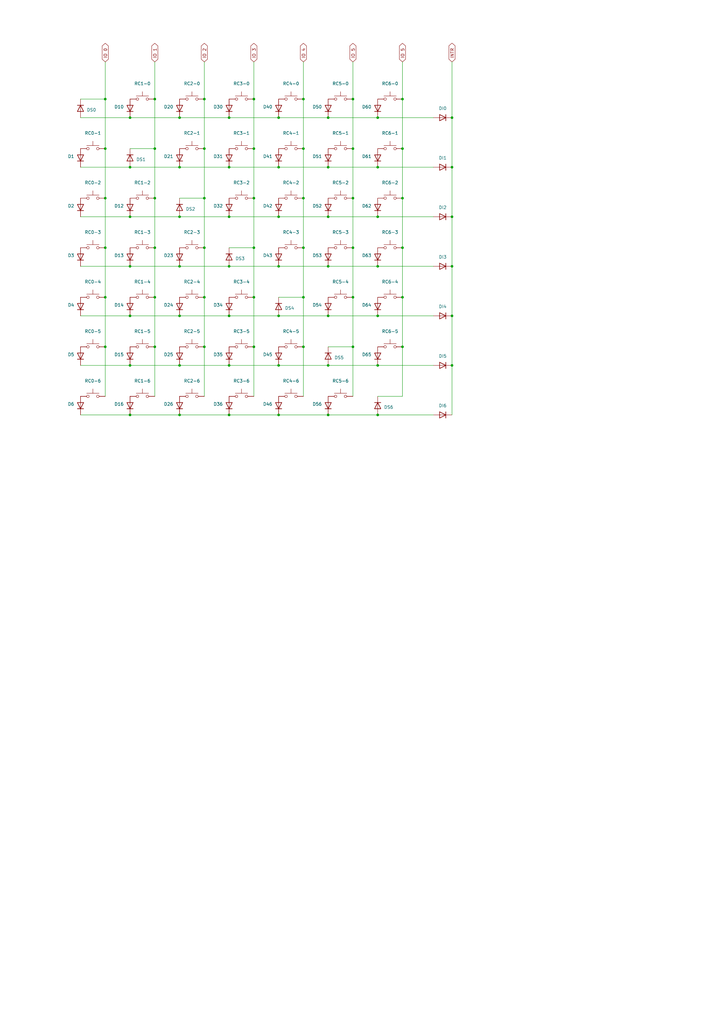
<source format=kicad_sch>
(kicad_sch (version 20230121) (generator eeschema)
  (paper "A3" portrait)
  (lib_symbols
    (symbol "Diode:1N4148" (pin_numbers hide) (pin_names hide)
      (property "Reference" "D" (at 0 2.54 0))
      (property "Value" "1N4148" (at 0 -2.54 0))
      (symbol "1N4148_0_1"
        (polyline (pts (xy -1.27 1.27) (xy -1.27 -1.27)) (stroke (width 0.254)))
        (polyline (pts (xy 1.27 0) (xy -1.27 0)))
        (polyline (pts (xy 1.27 1.27) (xy 1.27 -1.27) (xy -1.27 0) (xy 1.27 1.27)) (stroke (width 0.254)))
      )
      (symbol "1N4148_1_1"
        (pin passive line (at -3.81 0 0) (length 2.54) (name "K") (number "1"))
        (pin passive line (at 3.81 0 180) (length 2.54) (name "A") (number "2"))
      )
    )
    (symbol "Switch:SW_Push" (pin_numbers hide) (pin_names (offset 1.016) hide)
      (property "Reference" "SW" (at 1.27 2.54 0))
      (property "Value" "SW_Push" (at 0 -1.524 0))
      (symbol "SW_Push_0_1"
        (circle (center -2.032 0) (radius 0.508))
        (polyline (pts (xy 0 1.27) (xy 0 3.048)))
        (polyline (pts (xy 2.54 1.27) (xy -2.54 1.27)))
        (circle (center 2.032 0) (radius 0.508))
        (pin passive line (at -5.08 0 0) (length 2.54) (name "1") (number "1"))
        (pin passive line (at 5.08 0 180) (length 2.54) (name "2") (number "2"))
      )
    )
  )
  (junction (at 165.1 142.24))
  (junction (at 154.94 129.54))
  (junction (at 154.94 109.22))
  (junction (at 104.14 81.28))
  (junction (at 165.1 40.64))
  (junction (at 63.5 101.6))
  (junction (at 124.46 101.6))
  (junction (at 73.66 149.86))
  (junction (at 134.62 48.26))
  (junction (at 93.98 129.54))
  (junction (at 43.18 40.64))
  (junction (at 83.82 40.64))
  (junction (at 53.34 170.18))
  (junction (at 104.14 60.96))
  (junction (at 114.3 170.18))
  (junction (at 73.66 68.58))
  (junction (at 154.94 68.58))
  (junction (at 93.98 88.9))
  (junction (at 165.1 81.28))
  (junction (at 124.46 40.64))
  (junction (at 134.62 68.58))
  (junction (at 63.5 60.96))
  (junction (at 73.66 170.18))
  (junction (at 93.98 149.86))
  (junction (at 114.3 88.9))
  (junction (at 124.46 81.28))
  (junction (at 104.14 40.64))
  (junction (at 185.42 88.9))
  (junction (at 114.3 129.54))
  (junction (at 124.46 121.92))
  (junction (at 53.34 48.26))
  (junction (at 63.5 81.28))
  (junction (at 165.1 101.6))
  (junction (at 43.18 60.96))
  (junction (at 73.66 109.22))
  (junction (at 53.34 129.54))
  (junction (at 53.34 68.58))
  (junction (at 154.94 48.26))
  (junction (at 63.5 121.92))
  (junction (at 83.82 60.96))
  (junction (at 43.18 101.6))
  (junction (at 134.62 129.54))
  (junction (at 63.5 40.64))
  (junction (at 73.66 88.9))
  (junction (at 73.66 48.26))
  (junction (at 93.98 109.22))
  (junction (at 53.34 149.86))
  (junction (at 43.18 142.24))
  (junction (at 104.14 121.92))
  (junction (at 93.98 170.18))
  (junction (at 53.34 88.9))
  (junction (at 104.14 142.24))
  (junction (at 83.82 81.28))
  (junction (at 144.78 121.92))
  (junction (at 154.94 88.9))
  (junction (at 185.42 48.26))
  (junction (at 93.98 48.26))
  (junction (at 134.62 88.9))
  (junction (at 124.46 60.96))
  (junction (at 154.94 149.86))
  (junction (at 165.1 121.92))
  (junction (at 185.42 149.86))
  (junction (at 144.78 142.24))
  (junction (at 83.82 121.92))
  (junction (at 185.42 68.58))
  (junction (at 53.34 109.22))
  (junction (at 144.78 81.28))
  (junction (at 83.82 101.6))
  (junction (at 134.62 149.86))
  (junction (at 165.1 60.96))
  (junction (at 134.62 170.18))
  (junction (at 93.98 68.58))
  (junction (at 185.42 109.22))
  (junction (at 114.3 68.58))
  (junction (at 154.94 170.18))
  (junction (at 43.18 121.92))
  (junction (at 144.78 60.96))
  (junction (at 63.5 142.24))
  (junction (at 83.82 142.24))
  (junction (at 144.78 101.6))
  (junction (at 114.3 48.26))
  (junction (at 114.3 149.86))
  (junction (at 134.62 109.22))
  (junction (at 104.14 101.6))
  (junction (at 43.18 81.28))
  (junction (at 124.46 142.24))
  (junction (at 185.42 129.54))
  (junction (at 73.66 129.54))
  (junction (at 114.3 109.22))
  (junction (at 144.78 40.64))
  (wire (pts (xy 83.82 60.96) (xy 83.82 81.28)))
  (wire (pts (xy 144.78 25.4) (xy 144.78 40.64)))
  (wire (pts (xy 93.98 88.9) (xy 114.3 88.9)))
  (wire (pts (xy 73.66 109.22) (xy 93.98 109.22)))
  (wire (pts (xy 114.3 48.26) (xy 134.62 48.26)))
  (wire (pts (xy 185.42 68.58) (xy 185.42 88.9)))
  (wire (pts (xy 43.18 40.64) (xy 43.18 60.96)))
  (wire (pts (xy 63.5 81.28) (xy 63.5 101.6)))
  (wire (pts (xy 104.14 101.6) (xy 104.14 121.92)))
  (wire (pts (xy 73.66 48.26) (xy 93.98 48.26)))
  (wire (pts (xy 104.14 25.4) (xy 104.14 40.64)))
  (wire (pts (xy 73.66 81.28) (xy 83.82 81.28)))
  (wire (pts (xy 177.8 149.86) (xy 154.94 149.86)))
  (wire (pts (xy 114.3 68.58) (xy 134.62 68.58)))
  (wire (pts (xy 63.5 40.64) (xy 63.5 60.96)))
  (wire (pts (xy 33.02 129.54) (xy 53.34 129.54)))
  (wire (pts (xy 53.34 129.54) (xy 73.66 129.54)))
  (wire (pts (xy 33.02 109.22) (xy 53.34 109.22)))
  (wire (pts (xy 53.34 68.58) (xy 73.66 68.58)))
  (wire (pts (xy 83.82 101.6) (xy 83.82 121.92)))
  (wire (pts (xy 124.46 121.92) (xy 124.46 142.24)))
  (wire (pts (xy 114.3 149.86) (xy 134.62 149.86)))
  (wire (pts (xy 165.1 60.96) (xy 165.1 81.28)))
  (wire (pts (xy 53.34 109.22) (xy 73.66 109.22)))
  (wire (pts (xy 124.46 25.4) (xy 124.46 40.64)))
  (wire (pts (xy 73.66 68.58) (xy 93.98 68.58)))
  (wire (pts (xy 177.8 109.22) (xy 154.94 109.22)))
  (wire (pts (xy 63.5 121.92) (xy 63.5 142.24)))
  (wire (pts (xy 73.66 170.18) (xy 93.98 170.18)))
  (wire (pts (xy 165.1 121.92) (xy 165.1 142.24)))
  (wire (pts (xy 53.34 170.18) (xy 73.66 170.18)))
  (wire (pts (xy 43.18 60.96) (xy 43.18 81.28)))
  (wire (pts (xy 114.3 88.9) (xy 134.62 88.9)))
  (wire (pts (xy 124.46 81.28) (xy 124.46 101.6)))
  (wire (pts (xy 165.1 81.28) (xy 165.1 101.6)))
  (wire (pts (xy 104.14 60.96) (xy 104.14 81.28)))
  (wire (pts (xy 177.8 48.26) (xy 154.94 48.26)))
  (wire (pts (xy 104.14 81.28) (xy 104.14 101.6)))
  (wire (pts (xy 53.34 88.9) (xy 73.66 88.9)))
  (wire (pts (xy 93.98 109.22) (xy 114.3 109.22)))
  (wire (pts (xy 134.62 109.22) (xy 154.94 109.22)))
  (wire (pts (xy 33.02 68.58) (xy 53.34 68.58)))
  (wire (pts (xy 134.62 149.86) (xy 154.94 149.86)))
  (wire (pts (xy 165.1 40.64) (xy 165.1 60.96)))
  (wire (pts (xy 185.42 149.86) (xy 185.42 170.18)))
  (wire (pts (xy 185.42 88.9) (xy 185.42 109.22)))
  (wire (pts (xy 43.18 121.92) (xy 43.18 142.24)))
  (wire (pts (xy 33.02 48.26) (xy 53.34 48.26)))
  (wire (pts (xy 93.98 149.86) (xy 114.3 149.86)))
  (wire (pts (xy 185.42 25.4) (xy 185.42 48.26)))
  (wire (pts (xy 73.66 88.9) (xy 93.98 88.9)))
  (wire (pts (xy 33.02 40.64) (xy 43.18 40.64)))
  (wire (pts (xy 165.1 25.4) (xy 165.1 40.64)))
  (wire (pts (xy 177.8 88.9) (xy 154.94 88.9)))
  (wire (pts (xy 134.62 68.58) (xy 154.94 68.58)))
  (wire (pts (xy 177.8 129.54) (xy 154.94 129.54)))
  (wire (pts (xy 93.98 48.26) (xy 114.3 48.26)))
  (wire (pts (xy 104.14 142.24) (xy 104.14 162.56)))
  (wire (pts (xy 185.42 48.26) (xy 185.42 68.58)))
  (wire (pts (xy 33.02 88.9) (xy 53.34 88.9)))
  (wire (pts (xy 124.46 101.6) (xy 124.46 121.92)))
  (wire (pts (xy 124.46 142.24) (xy 124.46 162.56)))
  (wire (pts (xy 114.3 109.22) (xy 134.62 109.22)))
  (wire (pts (xy 53.34 48.26) (xy 73.66 48.26)))
  (wire (pts (xy 165.1 101.6) (xy 165.1 121.92)))
  (wire (pts (xy 93.98 101.6) (xy 104.14 101.6)))
  (wire (pts (xy 134.62 48.26) (xy 154.94 48.26)))
  (wire (pts (xy 124.46 40.64) (xy 124.46 60.96)))
  (wire (pts (xy 63.5 60.96) (xy 63.5 81.28)))
  (wire (pts (xy 154.94 162.56) (xy 165.1 162.56)))
  (wire (pts (xy 53.34 149.86) (xy 73.66 149.86)))
  (wire (pts (xy 93.98 129.54) (xy 114.3 129.54)))
  (wire (pts (xy 53.34 60.96) (xy 63.5 60.96)))
  (wire (pts (xy 83.82 121.92) (xy 83.82 142.24)))
  (wire (pts (xy 93.98 68.58) (xy 114.3 68.58)))
  (wire (pts (xy 114.3 170.18) (xy 134.62 170.18)))
  (wire (pts (xy 73.66 129.54) (xy 93.98 129.54)))
  (wire (pts (xy 144.78 101.6) (xy 144.78 121.92)))
  (wire (pts (xy 83.82 81.28) (xy 83.82 101.6)))
  (wire (pts (xy 43.18 101.6) (xy 43.18 121.92)))
  (wire (pts (xy 134.62 129.54) (xy 154.94 129.54)))
  (wire (pts (xy 144.78 121.92) (xy 144.78 142.24)))
  (wire (pts (xy 63.5 25.4) (xy 63.5 40.64)))
  (wire (pts (xy 104.14 121.92) (xy 104.14 142.24)))
  (wire (pts (xy 124.46 60.96) (xy 124.46 81.28)))
  (wire (pts (xy 144.78 142.24) (xy 144.78 162.56)))
  (wire (pts (xy 185.42 109.22) (xy 185.42 129.54)))
  (wire (pts (xy 83.82 40.64) (xy 83.82 60.96)))
  (wire (pts (xy 83.82 25.4) (xy 83.82 40.64)))
  (wire (pts (xy 73.66 149.86) (xy 93.98 149.86)))
  (wire (pts (xy 134.62 170.18) (xy 154.94 170.18)))
  (wire (pts (xy 144.78 40.64) (xy 144.78 60.96)))
  (wire (pts (xy 43.18 142.24) (xy 43.18 162.56)))
  (wire (pts (xy 33.02 149.86) (xy 53.34 149.86)))
  (wire (pts (xy 63.5 142.24) (xy 63.5 162.56)))
  (wire (pts (xy 177.8 68.58) (xy 154.94 68.58)))
  (wire (pts (xy 165.1 142.24) (xy 165.1 162.56)))
  (wire (pts (xy 33.02 170.18) (xy 53.34 170.18)))
  (wire (pts (xy 43.18 81.28) (xy 43.18 101.6)))
  (wire (pts (xy 185.42 129.54) (xy 185.42 149.86)))
  (wire (pts (xy 93.98 170.18) (xy 114.3 170.18)))
  (wire (pts (xy 144.78 81.28) (xy 144.78 101.6)))
  (wire (pts (xy 114.3 121.92) (xy 124.46 121.92)))
  (wire (pts (xy 114.3 129.54) (xy 134.62 129.54)))
  (wire (pts (xy 63.5 101.6) (xy 63.5 121.92)))
  (wire (pts (xy 177.8 170.18) (xy 154.94 170.18)))
  (wire (pts (xy 104.14 40.64) (xy 104.14 60.96)))
  (wire (pts (xy 144.78 60.96) (xy 144.78 81.28)))
  (wire (pts (xy 134.62 142.24) (xy 144.78 142.24)))
  (wire (pts (xy 43.18 25.4) (xy 43.18 40.64)))
  (wire (pts (xy 83.82 142.24) (xy 83.82 162.56)))
  (wire (pts (xy 134.62 88.9) (xy 154.94 88.9)))
  (global_label "IO 3" (shape bidirectional) (at 104.14 25.4 90) (property "Intersheetrefs" "${INTERSHEET_REFS}" (effects hide)))
  (global_label "IO 1" (shape bidirectional) (at 63.5 25.4 90) (property "Intersheetrefs" "${INTERSHEET_REFS}" (effects hide)))
  (global_label "IO 0" (shape bidirectional) (at 43.18 25.4 90) (property "Intersheetrefs" "${INTERSHEET_REFS}" (effects hide)))
  (global_label "INTR" (shape bidirectional) (at 185.42 25.4 90) (property "Intersheetrefs" "${INTERSHEET_REFS}" (effects hide)))
  (global_label "IO 2" (shape bidirectional) (at 83.82 25.4 90) (property "Intersheetrefs" "${INTERSHEET_REFS}" (effects hide)))
  (global_label "IO 5" (shape bidirectional) (at 165.1 25.4 90) (property "Intersheetrefs" "${INTERSHEET_REFS}" (effects hide)))
  (global_label "IO 5" (shape bidirectional) (at 144.78 25.4 90) (property "Intersheetrefs" "${INTERSHEET_REFS}" (effects hide)))
  (global_label "IO 4" (shape bidirectional) (at 124.46 25.4 90) (property "Intersheetrefs" "${INTERSHEET_REFS}" (effects hide)))
  (symbol (lib_id "Diode:1N4148") (at 154.94 85.09 270) (mirror x) (unit 1)
    (property "Reference" "D62" (at 152.4 84.455 90) (effects (justify right)))
    (property "Value" "1N4148" (effects hide))
    (property "Footprint" "Diode_THT:D_DO-35_SOD27_P7.62mm_Horizontal" (effects hide))
    (property "Datasheet" "https://assets.nexperia.com/documents/data-sheet/1N4148_1N4448.pdf" (effects hide))
    (property "Sim.Device" "D" (effects hide))
    (property "Sim.Pins" "1=K 2=A" (effects hide))
  )
  (symbol (lib_id "Diode:1N4148") (at 53.34 64.77 90) (mirror x) (unit 1)
    (property "Reference" "DS1" (at 55.88 65.405 90) (effects (justify right)))
    (property "Value" "1N4148" (effects hide))
    (property "Footprint" "Diode_THT:D_DO-35_SOD27_P7.62mm_Horizontal" (effects hide))
    (property "Datasheet" "https://assets.nexperia.com/documents/data-sheet/1N4148_1N4448.pdf" (effects hide))
    (property "Sim.Device" "D" (effects hide))
    (property "Sim.Pins" "1=K 2=A" (effects hide))
  )
  (symbol (lib_id "Diode:1N4148") (at 33.02 44.45 90) (mirror x) (unit 1)
    (property "Reference" "DS0" (at 35.56 45.085 90) (effects (justify right)))
    (property "Value" "1N4148" (effects hide))
    (property "Footprint" "Diode_THT:D_DO-35_SOD27_P7.62mm_Horizontal" (effects hide))
    (property "Datasheet" "https://assets.nexperia.com/documents/data-sheet/1N4148_1N4448.pdf" (effects hide))
    (property "Sim.Device" "D" (effects hide))
    (property "Sim.Pins" "1=K 2=A" (effects hide))
  )
  (symbol (lib_id "Diode:1N4148") (at 114.3 44.45 270) (mirror x) (unit 1)
    (property "Reference" "D40" (at 111.76 43.815 90) (effects (justify right)))
    (property "Value" "1N4148" (effects hide))
    (property "Footprint" "Diode_THT:D_DO-35_SOD27_P7.62mm_Horizontal" (effects hide))
    (property "Datasheet" "https://assets.nexperia.com/documents/data-sheet/1N4148_1N4448.pdf" (effects hide))
    (property "Sim.Device" "D" (effects hide))
    (property "Sim.Pins" "1=K 2=A" (effects hide))
  )
  (symbol (lib_id "Diode:1N4148") (at 181.61 149.86 0) (mirror y) (unit 1)
    (property "Reference" "DI5" (at 181.61 146.05 0))
    (property "Value" "1N4148" (effects hide))
    (property "Footprint" "Diode_THT:D_DO-35_SOD27_P7.62mm_Horizontal" (effects hide))
    (property "Datasheet" "https://assets.nexperia.com/documents/data-sheet/1N4148_1N4448.pdf" (effects hide))
    (property "Sim.Device" "D" (effects hide))
    (property "Sim.Pins" "1=K 2=A" (effects hide))
  )
  (symbol (lib_id "Diode:1N4148") (at 181.61 170.18 0) (mirror y) (unit 1)
    (property "Reference" "DI6" (at 181.61 166.37 0))
    (property "Value" "1N4148" (effects hide))
    (property "Footprint" "Diode_THT:D_DO-35_SOD27_P7.62mm_Horizontal" (effects hide))
    (property "Datasheet" "https://assets.nexperia.com/documents/data-sheet/1N4148_1N4448.pdf" (effects hide))
    (property "Sim.Device" "D" (effects hide))
    (property "Sim.Pins" "1=K 2=A" (effects hide))
  )
  (symbol (lib_id "Switch:SW_Push") (at 119.38 40.64 0) (mirror y) (unit 1)
    (property "Reference" "RC4-0" (at 119.38 34.29 0))
    (property "Value" "SW_Push" (effects hide))
  )
  (symbol (lib_id "Diode:1N4148") (at 33.02 146.05 270) (mirror x) (unit 1)
    (property "Reference" "D5" (at 30.48 145.415 90) (effects (justify right)))
    (property "Value" "1N4148" (effects hide))
    (property "Footprint" "Diode_THT:D_DO-35_SOD27_P7.62mm_Horizontal" (effects hide))
    (property "Datasheet" "https://assets.nexperia.com/documents/data-sheet/1N4148_1N4448.pdf" (effects hide))
    (property "Sim.Device" "D" (effects hide))
    (property "Sim.Pins" "1=K 2=A" (effects hide))
  )
  (symbol (lib_id "Switch:SW_Push") (at 139.7 121.92 0) (mirror y) (unit 1)
    (property "Reference" "RC5-4" (at 139.7 115.57 0))
    (property "Value" "SW_Push" (effects hide))
  )
  (symbol (lib_id "Diode:1N4148") (at 154.94 64.77 270) (mirror x) (unit 1)
    (property "Reference" "D61" (at 152.4 64.135 90) (effects (justify right)))
    (property "Value" "1N4148" (effects hide))
    (property "Footprint" "Diode_THT:D_DO-35_SOD27_P7.62mm_Horizontal" (effects hide))
    (property "Datasheet" "https://assets.nexperia.com/documents/data-sheet/1N4148_1N4448.pdf" (effects hide))
    (property "Sim.Device" "D" (effects hide))
    (property "Sim.Pins" "1=K 2=A" (effects hide))
  )
  (symbol (lib_id "Diode:1N4148") (at 154.94 146.05 270) (mirror x) (unit 1)
    (property "Reference" "D65" (at 152.4 145.415 90) (effects (justify right)))
    (property "Value" "1N4148" (effects hide))
    (property "Footprint" "Diode_THT:D_DO-35_SOD27_P7.62mm_Horizontal" (effects hide))
    (property "Datasheet" "https://assets.nexperia.com/documents/data-sheet/1N4148_1N4448.pdf" (effects hide))
    (property "Sim.Device" "D" (effects hide))
    (property "Sim.Pins" "1=K 2=A" (effects hide))
  )
  (symbol (lib_id "Switch:SW_Push") (at 160.02 121.92 0) (mirror y) (unit 1)
    (property "Reference" "RC6-4" (at 160.02 115.57 0))
    (property "Value" "SW_Push" (effects hide))
  )
  (symbol (lib_id "Switch:SW_Push") (at 99.06 60.96 0) (mirror y) (unit 1)
    (property "Reference" "RC3-1" (at 99.06 54.61 0))
    (property "Value" "SW_Push" (effects hide))
  )
  (symbol (lib_id "Switch:SW_Push") (at 78.74 101.6 0) (mirror y) (unit 1)
    (property "Reference" "RC2-3" (at 78.74 95.25 0))
    (property "Value" "SW_Push" (effects hide))
  )
  (symbol (lib_id "Diode:1N4148") (at 154.94 166.37 90) (mirror x) (unit 1)
    (property "Reference" "DS6" (at 157.48 167.005 90) (effects (justify right)))
    (property "Value" "1N4148" (effects hide))
    (property "Footprint" "Diode_THT:D_DO-35_SOD27_P7.62mm_Horizontal" (effects hide))
    (property "Datasheet" "https://assets.nexperia.com/documents/data-sheet/1N4148_1N4448.pdf" (effects hide))
    (property "Sim.Device" "D" (effects hide))
    (property "Sim.Pins" "1=K 2=A" (effects hide))
  )
  (symbol (lib_id "Diode:1N4148") (at 154.94 105.41 270) (mirror x) (unit 1)
    (property "Reference" "D63" (at 152.4 104.775 90) (effects (justify right)))
    (property "Value" "1N4148" (effects hide))
    (property "Footprint" "Diode_THT:D_DO-35_SOD27_P7.62mm_Horizontal" (effects hide))
    (property "Datasheet" "https://assets.nexperia.com/documents/data-sheet/1N4148_1N4448.pdf" (effects hide))
    (property "Sim.Device" "D" (effects hide))
    (property "Sim.Pins" "1=K 2=A" (effects hide))
  )
  (symbol (lib_id "Switch:SW_Push") (at 58.42 101.6 0) (mirror y) (unit 1)
    (property "Reference" "RC1-3" (at 58.42 95.25 0))
    (property "Value" "SW_Push" (effects hide))
  )
  (symbol (lib_id "Switch:SW_Push") (at 99.06 40.64 0) (mirror y) (unit 1)
    (property "Reference" "RC3-0" (at 99.06 34.29 0))
    (property "Value" "SW_Push" (effects hide))
  )
  (symbol (lib_id "Switch:SW_Push") (at 58.42 121.92 0) (mirror y) (unit 1)
    (property "Reference" "RC1-4" (at 58.42 115.57 0))
    (property "Value" "SW_Push" (effects hide))
  )
  (symbol (lib_id "Diode:1N4148") (at 134.62 125.73 270) (mirror x) (unit 1)
    (property "Reference" "D54" (at 132.08 125.095 90) (effects (justify right)))
    (property "Value" "1N4148" (effects hide))
    (property "Footprint" "Diode_THT:D_DO-35_SOD27_P7.62mm_Horizontal" (effects hide))
    (property "Datasheet" "https://assets.nexperia.com/documents/data-sheet/1N4148_1N4448.pdf" (effects hide))
    (property "Sim.Device" "D" (effects hide))
    (property "Sim.Pins" "1=K 2=A" (effects hide))
  )
  (symbol (lib_id "Diode:1N4148") (at 73.66 166.37 270) (mirror x) (unit 1)
    (property "Reference" "D26" (at 71.12 165.735 90) (effects (justify right)))
    (property "Value" "1N4148" (effects hide))
    (property "Footprint" "Diode_THT:D_DO-35_SOD27_P7.62mm_Horizontal" (effects hide))
    (property "Datasheet" "https://assets.nexperia.com/documents/data-sheet/1N4148_1N4448.pdf" (effects hide))
    (property "Sim.Device" "D" (effects hide))
    (property "Sim.Pins" "1=K 2=A" (effects hide))
  )
  (symbol (lib_id "Switch:SW_Push") (at 58.42 81.28 0) (mirror y) (unit 1)
    (property "Reference" "RC1-2" (at 58.42 74.93 0))
    (property "Value" "SW_Push" (effects hide))
  )
  (symbol (lib_id "Diode:1N4148") (at 114.3 105.41 270) (mirror x) (unit 1)
    (property "Reference" "D43" (at 111.76 104.775 90) (effects (justify right)))
    (property "Value" "1N4148" (effects hide))
    (property "Footprint" "Diode_THT:D_DO-35_SOD27_P7.62mm_Horizontal" (effects hide))
    (property "Datasheet" "https://assets.nexperia.com/documents/data-sheet/1N4148_1N4448.pdf" (effects hide))
    (property "Sim.Device" "D" (effects hide))
    (property "Sim.Pins" "1=K 2=A" (effects hide))
  )
  (symbol (lib_id "Switch:SW_Push") (at 58.42 40.64 0) (mirror y) (unit 1)
    (property "Reference" "RC1-0" (at 58.42 34.29 0))
    (property "Value" "SW_Push" (effects hide))
  )
  (symbol (lib_id "Diode:1N4148") (at 93.98 64.77 270) (mirror x) (unit 1)
    (property "Reference" "D31" (at 91.44 64.135 90) (effects (justify right)))
    (property "Value" "1N4148" (effects hide))
    (property "Footprint" "Diode_THT:D_DO-35_SOD27_P7.62mm_Horizontal" (effects hide))
    (property "Datasheet" "https://assets.nexperia.com/documents/data-sheet/1N4148_1N4448.pdf" (effects hide))
    (property "Sim.Device" "D" (effects hide))
    (property "Sim.Pins" "1=K 2=A" (effects hide))
  )
  (symbol (lib_id "Switch:SW_Push") (at 119.38 60.96 0) (mirror y) (unit 1)
    (property "Reference" "RC4-1" (at 119.38 54.61 0))
    (property "Value" "SW_Push" (effects hide))
  )
  (symbol (lib_id "Diode:1N4148") (at 154.94 44.45 270) (mirror x) (unit 1)
    (property "Reference" "D60" (at 152.4 43.815 90) (effects (justify right)))
    (property "Value" "1N4148" (effects hide))
    (property "Footprint" "Diode_THT:D_DO-35_SOD27_P7.62mm_Horizontal" (effects hide))
    (property "Datasheet" "https://assets.nexperia.com/documents/data-sheet/1N4148_1N4448.pdf" (effects hide))
    (property "Sim.Device" "D" (effects hide))
    (property "Sim.Pins" "1=K 2=A" (effects hide))
  )
  (symbol (lib_id "Diode:1N4148") (at 93.98 85.09 270) (mirror x) (unit 1)
    (property "Reference" "D32" (at 91.44 84.455 90) (effects (justify right)))
    (property "Value" "1N4148" (effects hide))
    (property "Footprint" "Diode_THT:D_DO-35_SOD27_P7.62mm_Horizontal" (effects hide))
    (property "Datasheet" "https://assets.nexperia.com/documents/data-sheet/1N4148_1N4448.pdf" (effects hide))
    (property "Sim.Device" "D" (effects hide))
    (property "Sim.Pins" "1=K 2=A" (effects hide))
  )
  (symbol (lib_id "Diode:1N4148") (at 114.3 146.05 270) (mirror x) (unit 1)
    (property "Reference" "D45" (at 111.76 145.415 90) (effects (justify right)))
    (property "Value" "1N4148" (effects hide))
    (property "Footprint" "Diode_THT:D_DO-35_SOD27_P7.62mm_Horizontal" (effects hide))
    (property "Datasheet" "https://assets.nexperia.com/documents/data-sheet/1N4148_1N4448.pdf" (effects hide))
    (property "Sim.Device" "D" (effects hide))
    (property "Sim.Pins" "1=K 2=A" (effects hide))
  )
  (symbol (lib_id "Switch:SW_Push") (at 99.06 81.28 0) (mirror y) (unit 1)
    (property "Reference" "RC3-2" (at 99.06 74.93 0))
    (property "Value" "SW_Push" (effects hide))
  )
  (symbol (lib_id "Diode:1N4148") (at 181.61 48.26 0) (mirror y) (unit 1)
    (property "Reference" "DI0" (at 181.61 44.45 0))
    (property "Value" "1N4148" (effects hide))
    (property "Footprint" "Diode_THT:D_DO-35_SOD27_P7.62mm_Horizontal" (effects hide))
    (property "Datasheet" "https://assets.nexperia.com/documents/data-sheet/1N4148_1N4448.pdf" (effects hide))
    (property "Sim.Device" "D" (effects hide))
    (property "Sim.Pins" "1=K 2=A" (effects hide))
  )
  (symbol (lib_id "Diode:1N4148") (at 134.62 85.09 270) (mirror x) (unit 1)
    (property "Reference" "D52" (at 132.08 84.455 90) (effects (justify right)))
    (property "Value" "1N4148" (effects hide))
    (property "Footprint" "Diode_THT:D_DO-35_SOD27_P7.62mm_Horizontal" (effects hide))
    (property "Datasheet" "https://assets.nexperia.com/documents/data-sheet/1N4148_1N4448.pdf" (effects hide))
    (property "Sim.Device" "D" (effects hide))
    (property "Sim.Pins" "1=K 2=A" (effects hide))
  )
  (symbol (lib_id "Diode:1N4148") (at 154.94 125.73 270) (mirror x) (unit 1)
    (property "Reference" "D64" (at 152.4 125.095 90) (effects (justify right)))
    (property "Value" "1N4148" (effects hide))
    (property "Footprint" "Diode_THT:D_DO-35_SOD27_P7.62mm_Horizontal" (effects hide))
    (property "Datasheet" "https://assets.nexperia.com/documents/data-sheet/1N4148_1N4448.pdf" (effects hide))
    (property "Sim.Device" "D" (effects hide))
    (property "Sim.Pins" "1=K 2=A" (effects hide))
  )
  (symbol (lib_id "Switch:SW_Push") (at 160.02 142.24 0) (mirror y) (unit 1)
    (property "Reference" "RC6-5" (at 160.02 135.89 0))
    (property "Value" "SW_Push" (effects hide))
  )
  (symbol (lib_id "Diode:1N4148") (at 114.3 64.77 270) (mirror x) (unit 1)
    (property "Reference" "D41" (at 111.76 64.135 90) (effects (justify right)))
    (property "Value" "1N4148" (effects hide))
    (property "Footprint" "Diode_THT:D_DO-35_SOD27_P7.62mm_Horizontal" (effects hide))
    (property "Datasheet" "https://assets.nexperia.com/documents/data-sheet/1N4148_1N4448.pdf" (effects hide))
    (property "Sim.Device" "D" (effects hide))
    (property "Sim.Pins" "1=K 2=A" (effects hide))
  )
  (symbol (lib_id "Diode:1N4148") (at 181.61 68.58 0) (mirror y) (unit 1)
    (property "Reference" "DI1" (at 181.61 64.77 0))
    (property "Value" "1N4148" (effects hide))
    (property "Footprint" "Diode_THT:D_DO-35_SOD27_P7.62mm_Horizontal" (effects hide))
    (property "Datasheet" "https://assets.nexperia.com/documents/data-sheet/1N4148_1N4448.pdf" (effects hide))
    (property "Sim.Device" "D" (effects hide))
    (property "Sim.Pins" "1=K 2=A" (effects hide))
  )
  (symbol (lib_id "Diode:1N4148") (at 73.66 64.77 270) (mirror x) (unit 1)
    (property "Reference" "D21" (at 71.12 64.135 90) (effects (justify right)))
    (property "Value" "1N4148" (effects hide))
    (property "Footprint" "Diode_THT:D_DO-35_SOD27_P7.62mm_Horizontal" (effects hide))
    (property "Datasheet" "https://assets.nexperia.com/documents/data-sheet/1N4148_1N4448.pdf" (effects hide))
    (property "Sim.Device" "D" (effects hide))
    (property "Sim.Pins" "1=K 2=A" (effects hide))
  )
  (symbol (lib_id "Diode:1N4148") (at 93.98 146.05 270) (mirror x) (unit 1)
    (property "Reference" "D35" (at 91.44 145.415 90) (effects (justify right)))
    (property "Value" "1N4148" (effects hide))
    (property "Footprint" "Diode_THT:D_DO-35_SOD27_P7.62mm_Horizontal" (effects hide))
    (property "Datasheet" "https://assets.nexperia.com/documents/data-sheet/1N4148_1N4448.pdf" (effects hide))
    (property "Sim.Device" "D" (effects hide))
    (property "Sim.Pins" "1=K 2=A" (effects hide))
  )
  (symbol (lib_id "Diode:1N4148") (at 134.62 166.37 270) (mirror x) (unit 1)
    (property "Reference" "D56" (at 132.08 165.735 90) (effects (justify right)))
    (property "Value" "1N4148" (effects hide))
    (property "Footprint" "Diode_THT:D_DO-35_SOD27_P7.62mm_Horizontal" (effects hide))
    (property "Datasheet" "https://assets.nexperia.com/documents/data-sheet/1N4148_1N4448.pdf" (effects hide))
    (property "Sim.Device" "D" (effects hide))
    (property "Sim.Pins" "1=K 2=A" (effects hide))
  )
  (symbol (lib_id "Switch:SW_Push") (at 119.38 162.56 0) (mirror y) (unit 1)
    (property "Reference" "RC4-6" (at 119.38 156.21 0))
    (property "Value" "SW_Push" (effects hide))
  )
  (symbol (lib_id "Diode:1N4148") (at 53.34 146.05 270) (mirror x) (unit 1)
    (property "Reference" "D15" (at 50.8 145.415 90) (effects (justify right)))
    (property "Value" "1N4148" (effects hide))
    (property "Footprint" "Diode_THT:D_DO-35_SOD27_P7.62mm_Horizontal" (effects hide))
    (property "Datasheet" "https://assets.nexperia.com/documents/data-sheet/1N4148_1N4448.pdf" (effects hide))
    (property "Sim.Device" "D" (effects hide))
    (property "Sim.Pins" "1=K 2=A" (effects hide))
  )
  (symbol (lib_id "Switch:SW_Push") (at 38.1 81.28 0) (mirror y) (unit 1)
    (property "Reference" "RC0-2" (at 38.1 74.93 0))
    (property "Value" "SW_Push" (effects hide))
  )
  (symbol (lib_id "Diode:1N4148") (at 33.02 125.73 270) (mirror x) (unit 1)
    (property "Reference" "D4" (at 30.48 125.095 90) (effects (justify right)))
    (property "Value" "1N4148" (effects hide))
    (property "Footprint" "Diode_THT:D_DO-35_SOD27_P7.62mm_Horizontal" (effects hide))
    (property "Datasheet" "https://assets.nexperia.com/documents/data-sheet/1N4148_1N4448.pdf" (effects hide))
    (property "Sim.Device" "D" (effects hide))
    (property "Sim.Pins" "1=K 2=A" (effects hide))
  )
  (symbol (lib_id "Switch:SW_Push") (at 78.74 162.56 0) (mirror y) (unit 1)
    (property "Reference" "RC2-6" (at 78.74 156.21 0))
    (property "Value" "SW_Push" (effects hide))
  )
  (symbol (lib_id "Diode:1N4148") (at 93.98 166.37 270) (mirror x) (unit 1)
    (property "Reference" "D36" (at 91.44 165.735 90) (effects (justify right)))
    (property "Value" "1N4148" (effects hide))
    (property "Footprint" "Diode_THT:D_DO-35_SOD27_P7.62mm_Horizontal" (effects hide))
    (property "Datasheet" "https://assets.nexperia.com/documents/data-sheet/1N4148_1N4448.pdf" (effects hide))
    (property "Sim.Device" "D" (effects hide))
    (property "Sim.Pins" "1=K 2=A" (effects hide))
  )
  (symbol (lib_id "Switch:SW_Push") (at 99.06 162.56 0) (mirror y) (unit 1)
    (property "Reference" "RC3-6" (at 99.06 156.21 0))
    (property "Value" "SW_Push" (effects hide))
  )
  (symbol (lib_id "Diode:1N4148") (at 134.62 105.41 270) (mirror x) (unit 1)
    (property "Reference" "D53" (at 132.08 104.775 90) (effects (justify right)))
    (property "Value" "1N4148" (effects hide))
    (property "Footprint" "Diode_THT:D_DO-35_SOD27_P7.62mm_Horizontal" (effects hide))
    (property "Datasheet" "https://assets.nexperia.com/documents/data-sheet/1N4148_1N4448.pdf" (effects hide))
    (property "Sim.Device" "D" (effects hide))
    (property "Sim.Pins" "1=K 2=A" (effects hide))
  )
  (symbol (lib_id "Switch:SW_Push") (at 160.02 81.28 0) (mirror y) (unit 1)
    (property "Reference" "RC6-2" (at 160.02 74.93 0))
    (property "Value" "SW_Push" (effects hide))
  )
  (symbol (lib_id "Diode:1N4148") (at 73.66 105.41 270) (mirror x) (unit 1)
    (property "Reference" "D23" (at 71.12 104.775 90) (effects (justify right)))
    (property "Value" "1N4148" (effects hide))
    (property "Footprint" "Diode_THT:D_DO-35_SOD27_P7.62mm_Horizontal" (effects hide))
    (property "Datasheet" "https://assets.nexperia.com/documents/data-sheet/1N4148_1N4448.pdf" (effects hide))
    (property "Sim.Device" "D" (effects hide))
    (property "Sim.Pins" "1=K 2=A" (effects hide))
  )
  (symbol (lib_id "Diode:1N4148") (at 93.98 125.73 270) (mirror x) (unit 1)
    (property "Reference" "D34" (at 91.44 125.095 90) (effects (justify right)))
    (property "Value" "1N4148" (effects hide))
    (property "Footprint" "Diode_THT:D_DO-35_SOD27_P7.62mm_Horizontal" (effects hide))
    (property "Datasheet" "https://assets.nexperia.com/documents/data-sheet/1N4148_1N4448.pdf" (effects hide))
    (property "Sim.Device" "D" (effects hide))
    (property "Sim.Pins" "1=K 2=A" (effects hide))
  )
  (symbol (lib_id "Diode:1N4148") (at 53.34 44.45 270) (mirror x) (unit 1)
    (property "Reference" "D10" (at 50.8 43.815 90) (effects (justify right)))
    (property "Value" "1N4148" (effects hide))
    (property "Footprint" "Diode_THT:D_DO-35_SOD27_P7.62mm_Horizontal" (effects hide))
    (property "Datasheet" "https://assets.nexperia.com/documents/data-sheet/1N4148_1N4448.pdf" (effects hide))
    (property "Sim.Device" "D" (effects hide))
    (property "Sim.Pins" "1=K 2=A" (effects hide))
  )
  (symbol (lib_id "Switch:SW_Push") (at 139.7 60.96 0) (mirror y) (unit 1)
    (property "Reference" "RC5-1" (at 139.7 54.61 0))
    (property "Value" "SW_Push" (effects hide))
  )
  (symbol (lib_id "Diode:1N4148") (at 53.34 166.37 270) (mirror x) (unit 1)
    (property "Reference" "D16" (at 50.8 165.735 90) (effects (justify right)))
    (property "Value" "1N4148" (effects hide))
    (property "Footprint" "Diode_THT:D_DO-35_SOD27_P7.62mm_Horizontal" (effects hide))
    (property "Datasheet" "https://assets.nexperia.com/documents/data-sheet/1N4148_1N4448.pdf" (effects hide))
    (property "Sim.Device" "D" (effects hide))
    (property "Sim.Pins" "1=K 2=A" (effects hide))
  )
  (symbol (lib_id "Diode:1N4148") (at 73.66 44.45 270) (mirror x) (unit 1)
    (property "Reference" "D20" (at 71.12 43.815 90) (effects (justify right)))
    (property "Value" "1N4148" (effects hide))
    (property "Footprint" "Diode_THT:D_DO-35_SOD27_P7.62mm_Horizontal" (effects hide))
    (property "Datasheet" "https://assets.nexperia.com/documents/data-sheet/1N4148_1N4448.pdf" (effects hide))
    (property "Sim.Device" "D" (effects hide))
    (property "Sim.Pins" "1=K 2=A" (effects hide))
  )
  (symbol (lib_id "Switch:SW_Push") (at 78.74 121.92 0) (mirror y) (unit 1)
    (property "Reference" "RC2-4" (at 78.74 115.57 0))
    (property "Value" "SW_Push" (effects hide))
  )
  (symbol (lib_id "Switch:SW_Push") (at 160.02 60.96 0) (mirror y) (unit 1)
    (property "Reference" "RC6-1" (at 160.02 54.61 0))
    (property "Value" "SW_Push" (effects hide))
  )
  (symbol (lib_id "Switch:SW_Push") (at 139.7 162.56 0) (mirror y) (unit 1)
    (property "Reference" "RC5-6" (at 139.7 156.21 0))
    (property "Value" "SW_Push" (effects hide))
  )
  (symbol (lib_id "Switch:SW_Push") (at 119.38 101.6 0) (mirror y) (unit 1)
    (property "Reference" "RC4-3" (at 119.38 95.25 0))
    (property "Value" "SW_Push" (effects hide))
  )
  (symbol (lib_id "Diode:1N4148") (at 93.98 44.45 270) (mirror x) (unit 1)
    (property "Reference" "D30" (at 91.44 43.815 90) (effects (justify right)))
    (property "Value" "1N4148" (effects hide))
    (property "Footprint" "Diode_THT:D_DO-35_SOD27_P7.62mm_Horizontal" (effects hide))
    (property "Datasheet" "https://assets.nexperia.com/documents/data-sheet/1N4148_1N4448.pdf" (effects hide))
    (property "Sim.Device" "D" (effects hide))
    (property "Sim.Pins" "1=K 2=A" (effects hide))
  )
  (symbol (lib_id "Switch:SW_Push") (at 58.42 142.24 0) (mirror y) (unit 1)
    (property "Reference" "RC1-5" (at 58.42 135.89 0))
    (property "Value" "SW_Push" (effects hide))
  )
  (symbol (lib_id "Diode:1N4148") (at 181.61 129.54 0) (mirror y) (unit 1)
    (property "Reference" "DI4" (at 181.61 125.73 0))
    (property "Value" "1N4148" (effects hide))
    (property "Footprint" "Diode_THT:D_DO-35_SOD27_P7.62mm_Horizontal" (effects hide))
    (property "Datasheet" "https://assets.nexperia.com/documents/data-sheet/1N4148_1N4448.pdf" (effects hide))
    (property "Sim.Device" "D" (effects hide))
    (property "Sim.Pins" "1=K 2=A" (effects hide))
  )
  (symbol (lib_id "Switch:SW_Push") (at 58.42 162.56 0) (mirror y) (unit 1)
    (property "Reference" "RC1-6" (at 58.42 156.21 0))
    (property "Value" "SW_Push" (effects hide))
  )
  (symbol (lib_id "Diode:1N4148") (at 181.61 109.22 0) (mirror y) (unit 1)
    (property "Reference" "DI3" (at 181.61 105.41 0))
    (property "Value" "1N4148" (effects hide))
    (property "Footprint" "Diode_THT:D_DO-35_SOD27_P7.62mm_Horizontal" (effects hide))
    (property "Datasheet" "https://assets.nexperia.com/documents/data-sheet/1N4148_1N4448.pdf" (effects hide))
    (property "Sim.Device" "D" (effects hide))
    (property "Sim.Pins" "1=K 2=A" (effects hide))
  )
  (symbol (lib_id "Diode:1N4148") (at 33.02 166.37 270) (mirror x) (unit 1)
    (property "Reference" "D6" (at 30.48 165.735 90) (effects (justify right)))
    (property "Value" "1N4148" (effects hide))
    (property "Footprint" "Diode_THT:D_DO-35_SOD27_P7.62mm_Horizontal" (effects hide))
    (property "Datasheet" "https://assets.nexperia.com/documents/data-sheet/1N4148_1N4448.pdf" (effects hide))
    (property "Sim.Device" "D" (effects hide))
    (property "Sim.Pins" "1=K 2=A" (effects hide))
  )
  (symbol (lib_id "Diode:1N4148") (at 181.61 88.9 0) (mirror y) (unit 1)
    (property "Reference" "DI2" (at 181.61 85.09 0))
    (property "Value" "1N4148" (effects hide))
    (property "Footprint" "Diode_THT:D_DO-35_SOD27_P7.62mm_Horizontal" (effects hide))
    (property "Datasheet" "https://assets.nexperia.com/documents/data-sheet/1N4148_1N4448.pdf" (effects hide))
    (property "Sim.Device" "D" (effects hide))
    (property "Sim.Pins" "1=K 2=A" (effects hide))
  )
  (symbol (lib_id "Switch:SW_Push") (at 139.7 101.6 0) (mirror y) (unit 1)
    (property "Reference" "RC5-3" (at 139.7 95.25 0))
    (property "Value" "SW_Push" (effects hide))
  )
  (symbol (lib_id "Switch:SW_Push") (at 160.02 40.64 0) (mirror y) (unit 1)
    (property "Reference" "RC6-0" (at 160.02 34.29 0))
    (property "Value" "SW_Push" (effects hide))
  )
  (symbol (lib_id "Diode:1N4148") (at 33.02 105.41 270) (mirror x) (unit 1)
    (property "Reference" "D3" (at 30.48 104.775 90) (effects (justify right)))
    (property "Value" "1N4148" (effects hide))
    (property "Footprint" "Diode_THT:D_DO-35_SOD27_P7.62mm_Horizontal" (effects hide))
    (property "Datasheet" "https://assets.nexperia.com/documents/data-sheet/1N4148_1N4448.pdf" (effects hide))
    (property "Sim.Device" "D" (effects hide))
    (property "Sim.Pins" "1=K 2=A" (effects hide))
  )
  (symbol (lib_id "Switch:SW_Push") (at 38.1 121.92 0) (mirror y) (unit 1)
    (property "Reference" "RC0-4" (at 38.1 115.57 0))
    (property "Value" "SW_Push" (effects hide))
  )
  (symbol (lib_id "Diode:1N4148") (at 33.02 85.09 270) (mirror x) (unit 1)
    (property "Reference" "D2" (at 30.48 84.455 90) (effects (justify right)))
    (property "Value" "1N4148" (effects hide))
    (property "Footprint" "Diode_THT:D_DO-35_SOD27_P7.62mm_Horizontal" (effects hide))
    (property "Datasheet" "https://assets.nexperia.com/documents/data-sheet/1N4148_1N4448.pdf" (effects hide))
    (property "Sim.Device" "D" (effects hide))
    (property "Sim.Pins" "1=K 2=A" (effects hide))
  )
  (symbol (lib_id "Switch:SW_Push") (at 119.38 142.24 0) (mirror y) (unit 1)
    (property "Reference" "RC4-5" (at 119.38 135.89 0))
    (property "Value" "SW_Push" (effects hide))
  )
  (symbol (lib_id "Diode:1N4148") (at 73.66 85.09 90) (mirror x) (unit 1)
    (property "Reference" "DS2" (at 76.2 85.725 90) (effects (justify right)))
    (property "Value" "1N4148" (effects hide))
    (property "Footprint" "Diode_THT:D_DO-35_SOD27_P7.62mm_Horizontal" (effects hide))
    (property "Datasheet" "https://assets.nexperia.com/documents/data-sheet/1N4148_1N4448.pdf" (effects hide))
    (property "Sim.Device" "D" (effects hide))
    (property "Sim.Pins" "1=K 2=A" (effects hide))
  )
  (symbol (lib_id "Switch:SW_Push") (at 160.02 101.6 0) (mirror y) (unit 1)
    (property "Reference" "RC6-3" (at 160.02 95.25 0))
    (property "Value" "SW_Push" (effects hide))
  )
  (symbol (lib_id "Diode:1N4148") (at 134.62 146.05 90) (mirror x) (unit 1)
    (property "Reference" "DS5" (at 137.16 146.685 90) (effects (justify right)))
    (property "Value" "1N4148" (effects hide))
    (property "Footprint" "Diode_THT:D_DO-35_SOD27_P7.62mm_Horizontal" (effects hide))
    (property "Datasheet" "https://assets.nexperia.com/documents/data-sheet/1N4148_1N4448.pdf" (effects hide))
    (property "Sim.Device" "D" (effects hide))
    (property "Sim.Pins" "1=K 2=A" (effects hide))
  )
  (symbol (lib_id "Switch:SW_Push") (at 119.38 81.28 0) (mirror y) (unit 1)
    (property "Reference" "RC4-2" (at 119.38 74.93 0))
    (property "Value" "SW_Push" (effects hide))
  )
  (symbol (lib_id "Switch:SW_Push") (at 99.06 121.92 0) (mirror y) (unit 1)
    (property "Reference" "RC3-4" (at 99.06 115.57 0))
    (property "Value" "SW_Push" (effects hide))
  )
  (symbol (lib_id "Switch:SW_Push") (at 38.1 142.24 0) (mirror y) (unit 1)
    (property "Reference" "RC0-5" (at 38.1 135.89 0))
    (property "Value" "SW_Push" (effects hide))
  )
  (symbol (lib_id "Diode:1N4148") (at 114.3 125.73 90) (mirror x) (unit 1)
    (property "Reference" "DS4" (at 116.84 126.365 90) (effects (justify right)))
    (property "Value" "1N4148" (effects hide))
    (property "Footprint" "Diode_THT:D_DO-35_SOD27_P7.62mm_Horizontal" (effects hide))
    (property "Datasheet" "https://assets.nexperia.com/documents/data-sheet/1N4148_1N4448.pdf" (effects hide))
    (property "Sim.Device" "D" (effects hide))
    (property "Sim.Pins" "1=K 2=A" (effects hide))
  )
  (symbol (lib_id "Switch:SW_Push") (at 38.1 60.96 0) (mirror y) (unit 1)
    (property "Reference" "RC0-1" (at 38.1 54.61 0))
    (property "Value" "SW_Push" (effects hide))
  )
  (symbol (lib_id "Switch:SW_Push") (at 139.7 81.28 0) (mirror y) (unit 1)
    (property "Reference" "RC5-2" (at 139.7 74.93 0))
    (property "Value" "SW_Push" (effects hide))
  )
  (symbol (lib_id "Diode:1N4148") (at 114.3 166.37 270) (mirror x) (unit 1)
    (property "Reference" "D46" (at 111.76 165.735 90) (effects (justify right)))
    (property "Value" "1N4148" (effects hide))
    (property "Footprint" "Diode_THT:D_DO-35_SOD27_P7.62mm_Horizontal" (effects hide))
    (property "Datasheet" "https://assets.nexperia.com/documents/data-sheet/1N4148_1N4448.pdf" (effects hide))
    (property "Sim.Device" "D" (effects hide))
    (property "Sim.Pins" "1=K 2=A" (effects hide))
  )
  (symbol (lib_id "Switch:SW_Push") (at 38.1 101.6 0) (mirror y) (unit 1)
    (property "Reference" "RC0-3" (at 38.1 95.25 0))
    (property "Value" "SW_Push" (effects hide))
  )
  (symbol (lib_id "Diode:1N4148") (at 114.3 85.09 270) (mirror x) (unit 1)
    (property "Reference" "D42" (at 111.76 84.455 90) (effects (justify right)))
    (property "Value" "1N4148" (effects hide))
    (property "Footprint" "Diode_THT:D_DO-35_SOD27_P7.62mm_Horizontal" (effects hide))
    (property "Datasheet" "https://assets.nexperia.com/documents/data-sheet/1N4148_1N4448.pdf" (effects hide))
    (property "Sim.Device" "D" (effects hide))
    (property "Sim.Pins" "1=K 2=A" (effects hide))
  )
  (symbol (lib_id "Switch:SW_Push") (at 78.74 142.24 0) (mirror y) (unit 1)
    (property "Reference" "RC2-5" (at 78.74 135.89 0))
    (property "Value" "SW_Push" (effects hide))
  )
  (symbol (lib_id "Diode:1N4148") (at 134.62 44.45 270) (mirror x) (unit 1)
    (property "Reference" "D50" (at 132.08 43.815 90) (effects (justify right)))
    (property "Value" "1N4148" (effects hide))
    (property "Footprint" "Diode_THT:D_DO-35_SOD27_P7.62mm_Horizontal" (effects hide))
    (property "Datasheet" "https://assets.nexperia.com/documents/data-sheet/1N4148_1N4448.pdf" (effects hide))
    (property "Sim.Device" "D" (effects hide))
    (property "Sim.Pins" "1=K 2=A" (effects hide))
  )
  (symbol (lib_id "Diode:1N4148") (at 134.62 64.77 270) (mirror x) (unit 1)
    (property "Reference" "D51" (at 132.08 64.135 90) (effects (justify right)))
    (property "Value" "1N4148" (effects hide))
    (property "Footprint" "Diode_THT:D_DO-35_SOD27_P7.62mm_Horizontal" (effects hide))
    (property "Datasheet" "https://assets.nexperia.com/documents/data-sheet/1N4148_1N4448.pdf" (effects hide))
    (property "Sim.Device" "D" (effects hide))
    (property "Sim.Pins" "1=K 2=A" (effects hide))
  )
  (symbol (lib_id "Diode:1N4148") (at 53.34 85.09 270) (mirror x) (unit 1)
    (property "Reference" "D12" (at 50.8 84.455 90) (effects (justify right)))
    (property "Value" "1N4148" (effects hide))
    (property "Footprint" "Diode_THT:D_DO-35_SOD27_P7.62mm_Horizontal" (effects hide))
    (property "Datasheet" "https://assets.nexperia.com/documents/data-sheet/1N4148_1N4448.pdf" (effects hide))
    (property "Sim.Device" "D" (effects hide))
    (property "Sim.Pins" "1=K 2=A" (effects hide))
  )
  (symbol (lib_id "Diode:1N4148") (at 33.02 64.77 270) (mirror x) (unit 1)
    (property "Reference" "D1" (at 30.48 64.135 90) (effects (justify right)))
    (property "Value" "1N4148" (effects hide))
    (property "Footprint" "Diode_THT:D_DO-35_SOD27_P7.62mm_Horizontal" (effects hide))
    (property "Datasheet" "https://assets.nexperia.com/documents/data-sheet/1N4148_1N4448.pdf" (effects hide))
    (property "Sim.Device" "D" (effects hide))
    (property "Sim.Pins" "1=K 2=A" (effects hide))
  )
  (symbol (lib_id "Switch:SW_Push") (at 139.7 40.64 0) (mirror y) (unit 1)
    (property "Reference" "RC5-0" (at 139.7 34.29 0))
    (property "Value" "SW_Push" (effects hide))
  )
  (symbol (lib_id "Switch:SW_Push") (at 78.74 60.96 0) (mirror y) (unit 1)
    (property "Reference" "RC2-1" (at 78.74 54.61 0))
    (property "Value" "SW_Push" (effects hide))
  )
  (symbol (lib_id "Diode:1N4148") (at 53.34 125.73 270) (mirror x) (unit 1)
    (property "Reference" "D14" (at 50.8 125.095 90) (effects (justify right)))
    (property "Value" "1N4148" (effects hide))
    (property "Footprint" "Diode_THT:D_DO-35_SOD27_P7.62mm_Horizontal" (effects hide))
    (property "Datasheet" "https://assets.nexperia.com/documents/data-sheet/1N4148_1N4448.pdf" (effects hide))
    (property "Sim.Device" "D" (effects hide))
    (property "Sim.Pins" "1=K 2=A" (effects hide))
  )
  (symbol (lib_id "Switch:SW_Push") (at 99.06 142.24 0) (mirror y) (unit 1)
    (property "Reference" "RC3-5" (at 99.06 135.89 0))
    (property "Value" "SW_Push" (effects hide))
  )
  (symbol (lib_id "Diode:1N4148") (at 93.98 105.41 90) (mirror x) (unit 1)
    (property "Reference" "DS3" (at 96.52 106.045 90) (effects (justify right)))
    (property "Value" "1N4148" (effects hide))
    (property "Footprint" "Diode_THT:D_DO-35_SOD27_P7.62mm_Horizontal" (effects hide))
    (property "Datasheet" "https://assets.nexperia.com/documents/data-sheet/1N4148_1N4448.pdf" (effects hide))
    (property "Sim.Device" "D" (effects hide))
    (property "Sim.Pins" "1=K 2=A" (effects hide))
  )
  (symbol (lib_id "Diode:1N4148") (at 73.66 125.73 270) (mirror x) (unit 1)
    (property "Reference" "D24" (at 71.12 125.095 90) (effects (justify right)))
    (property "Value" "1N4148" (effects hide))
    (property "Footprint" "Diode_THT:D_DO-35_SOD27_P7.62mm_Horizontal" (effects hide))
    (property "Datasheet" "https://assets.nexperia.com/documents/data-sheet/1N4148_1N4448.pdf" (effects hide))
    (property "Sim.Device" "D" (effects hide))
    (property "Sim.Pins" "1=K 2=A" (effects hide))
  )
  (symbol (lib_id "Switch:SW_Push") (at 78.74 40.64 0) (mirror y) (unit 1)
    (property "Reference" "RC2-0" (at 78.74 34.29 0))
    (property "Value" "SW_Push" (effects hide))
  )
  (symbol (lib_id "Diode:1N4148") (at 53.34 105.41 270) (mirror x) (unit 1)
    (property "Reference" "D13" (at 50.8 104.775 90) (effects (justify right)))
    (property "Value" "1N4148" (effects hide))
    (property "Footprint" "Diode_THT:D_DO-35_SOD27_P7.62mm_Horizontal" (effects hide))
    (property "Datasheet" "https://assets.nexperia.com/documents/data-sheet/1N4148_1N4448.pdf" (effects hide))
    (property "Sim.Device" "D" (effects hide))
    (property "Sim.Pins" "1=K 2=A" (effects hide))
  )
  (symbol (lib_id "Diode:1N4148") (at 73.66 146.05 270) (mirror x) (unit 1)
    (property "Reference" "D25" (at 71.12 145.415 90) (effects (justify right)))
    (property "Value" "1N4148" (effects hide))
    (property "Footprint" "Diode_THT:D_DO-35_SOD27_P7.62mm_Horizontal" (effects hide))
    (property "Datasheet" "https://assets.nexperia.com/documents/data-sheet/1N4148_1N4448.pdf" (effects hide))
    (property "Sim.Device" "D" (effects hide))
    (property "Sim.Pins" "1=K 2=A" (effects hide))
  )
  (symbol (lib_id "Switch:SW_Push") (at 38.1 162.56 0) (mirror y) (unit 1)
    (property "Reference" "RC0-6" (at 38.1 156.21 0))
    (property "Value" "SW_Push" (effects hide))
  )
)
</source>
